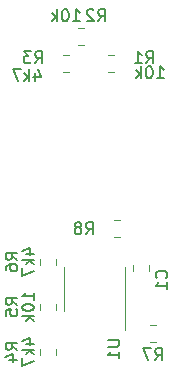
<source format=gbr>
G04 #@! TF.GenerationSoftware,KiCad,Pcbnew,(5.1.0)-1*
G04 #@! TF.CreationDate,2019-07-07T19:12:32+02:00*
G04 #@! TF.ProjectId,big_button_v1,6269675f-6275-4747-946f-6e5f76312e6b,rev?*
G04 #@! TF.SameCoordinates,Original*
G04 #@! TF.FileFunction,Legend,Bot*
G04 #@! TF.FilePolarity,Positive*
%FSLAX46Y46*%
G04 Gerber Fmt 4.6, Leading zero omitted, Abs format (unit mm)*
G04 Created by KiCad (PCBNEW (5.1.0)-1) date 2019-07-07 19:12:32*
%MOMM*%
%LPD*%
G04 APERTURE LIST*
%ADD10C,0.120000*%
%ADD11C,0.150000*%
%ADD12O,1.702000X1.702000*%
%ADD13R,1.702000X1.702000*%
%ADD14C,0.100000*%
%ADD15C,0.752000*%
%ADD16C,3.102000*%
%ADD17R,3.102000X3.102000*%
%ADD18C,1.252000*%
%ADD19O,2.102000X1.802000*%
%ADD20C,1.802000*%
%ADD21R,1.622000X1.622000*%
%ADD22C,3.352000*%
%ADD23C,1.622000*%
G04 APERTURE END LIST*
D10*
X60629000Y-75689500D02*
X60629000Y-79214500D01*
X60629000Y-75689500D02*
X60629000Y-73809500D01*
X55449000Y-75689500D02*
X55449000Y-77569500D01*
X55449000Y-75689500D02*
X55449000Y-73809500D01*
X60205252Y-71322000D02*
X59682748Y-71322000D01*
X60205252Y-69902000D02*
X59682748Y-69902000D01*
X63262252Y-80212000D02*
X62739748Y-80212000D01*
X63262252Y-78792000D02*
X62739748Y-78792000D01*
X53392000Y-73676252D02*
X53392000Y-73153748D01*
X54812000Y-73676252D02*
X54812000Y-73153748D01*
X53392000Y-77477252D02*
X53392000Y-76954748D01*
X54812000Y-77477252D02*
X54812000Y-76954748D01*
X53392000Y-81287252D02*
X53392000Y-80764748D01*
X54812000Y-81287252D02*
X54812000Y-80764748D01*
X55878252Y-57352000D02*
X55355748Y-57352000D01*
X55878252Y-55932000D02*
X55355748Y-55932000D01*
X57148252Y-55066000D02*
X56625748Y-55066000D01*
X57148252Y-53646000D02*
X56625748Y-53646000D01*
X59697252Y-57352000D02*
X59174748Y-57352000D01*
X59697252Y-55932000D02*
X59174748Y-55932000D01*
X62686000Y-73643748D02*
X62686000Y-74166252D01*
X61266000Y-73643748D02*
X61266000Y-74166252D01*
D11*
X59142380Y-80010095D02*
X59951904Y-80010095D01*
X60047142Y-80057714D01*
X60094761Y-80105333D01*
X60142380Y-80200571D01*
X60142380Y-80391047D01*
X60094761Y-80486285D01*
X60047142Y-80533904D01*
X59951904Y-80581523D01*
X59142380Y-80581523D01*
X60142380Y-81581523D02*
X60142380Y-81010095D01*
X60142380Y-81295809D02*
X59142380Y-81295809D01*
X59285238Y-81200571D01*
X59380476Y-81105333D01*
X59428095Y-81010095D01*
X57307666Y-71064380D02*
X57641000Y-70588190D01*
X57879095Y-71064380D02*
X57879095Y-70064380D01*
X57498142Y-70064380D01*
X57402904Y-70112000D01*
X57355285Y-70159619D01*
X57307666Y-70254857D01*
X57307666Y-70397714D01*
X57355285Y-70492952D01*
X57402904Y-70540571D01*
X57498142Y-70588190D01*
X57879095Y-70588190D01*
X56736238Y-70492952D02*
X56831476Y-70445333D01*
X56879095Y-70397714D01*
X56926714Y-70302476D01*
X56926714Y-70254857D01*
X56879095Y-70159619D01*
X56831476Y-70112000D01*
X56736238Y-70064380D01*
X56545761Y-70064380D01*
X56450523Y-70112000D01*
X56402904Y-70159619D01*
X56355285Y-70254857D01*
X56355285Y-70302476D01*
X56402904Y-70397714D01*
X56450523Y-70445333D01*
X56545761Y-70492952D01*
X56736238Y-70492952D01*
X56831476Y-70540571D01*
X56879095Y-70588190D01*
X56926714Y-70683428D01*
X56926714Y-70873904D01*
X56879095Y-70969142D01*
X56831476Y-71016761D01*
X56736238Y-71064380D01*
X56545761Y-71064380D01*
X56450523Y-71016761D01*
X56402904Y-70969142D01*
X56355285Y-70873904D01*
X56355285Y-70683428D01*
X56402904Y-70588190D01*
X56450523Y-70540571D01*
X56545761Y-70492952D01*
X63158666Y-81732380D02*
X63492000Y-81256190D01*
X63730095Y-81732380D02*
X63730095Y-80732380D01*
X63349142Y-80732380D01*
X63253904Y-80780000D01*
X63206285Y-80827619D01*
X63158666Y-80922857D01*
X63158666Y-81065714D01*
X63206285Y-81160952D01*
X63253904Y-81208571D01*
X63349142Y-81256190D01*
X63730095Y-81256190D01*
X62825333Y-80732380D02*
X62158666Y-80732380D01*
X62587238Y-81732380D01*
X51506380Y-73239333D02*
X51030190Y-72906000D01*
X51506380Y-72667904D02*
X50506380Y-72667904D01*
X50506380Y-73048857D01*
X50554000Y-73144095D01*
X50601619Y-73191714D01*
X50696857Y-73239333D01*
X50839714Y-73239333D01*
X50934952Y-73191714D01*
X50982571Y-73144095D01*
X51030190Y-73048857D01*
X51030190Y-72667904D01*
X50506380Y-74096476D02*
X50506380Y-73906000D01*
X50554000Y-73810761D01*
X50601619Y-73763142D01*
X50744476Y-73667904D01*
X50934952Y-73620285D01*
X51315904Y-73620285D01*
X51411142Y-73667904D01*
X51458761Y-73715523D01*
X51506380Y-73810761D01*
X51506380Y-74001238D01*
X51458761Y-74096476D01*
X51411142Y-74144095D01*
X51315904Y-74191714D01*
X51077809Y-74191714D01*
X50982571Y-74144095D01*
X50934952Y-74096476D01*
X50887333Y-74001238D01*
X50887333Y-73810761D01*
X50934952Y-73715523D01*
X50982571Y-73667904D01*
X51077809Y-73620285D01*
X52237714Y-72724523D02*
X52904380Y-72724523D01*
X51856761Y-72486428D02*
X52571047Y-72248333D01*
X52571047Y-72867380D01*
X52904380Y-73248333D02*
X51904380Y-73248333D01*
X52523428Y-73343571D02*
X52904380Y-73629285D01*
X52237714Y-73629285D02*
X52618666Y-73248333D01*
X51904380Y-73962619D02*
X51904380Y-74629285D01*
X52904380Y-74200714D01*
X51506380Y-77049333D02*
X51030190Y-76716000D01*
X51506380Y-76477904D02*
X50506380Y-76477904D01*
X50506380Y-76858857D01*
X50554000Y-76954095D01*
X50601619Y-77001714D01*
X50696857Y-77049333D01*
X50839714Y-77049333D01*
X50934952Y-77001714D01*
X50982571Y-76954095D01*
X51030190Y-76858857D01*
X51030190Y-76477904D01*
X50506380Y-77954095D02*
X50506380Y-77477904D01*
X50982571Y-77430285D01*
X50934952Y-77477904D01*
X50887333Y-77573142D01*
X50887333Y-77811238D01*
X50934952Y-77906476D01*
X50982571Y-77954095D01*
X51077809Y-78001714D01*
X51315904Y-78001714D01*
X51411142Y-77954095D01*
X51458761Y-77906476D01*
X51506380Y-77811238D01*
X51506380Y-77573142D01*
X51458761Y-77477904D01*
X51411142Y-77430285D01*
X52904380Y-76620761D02*
X52904380Y-76049333D01*
X52904380Y-76335047D02*
X51904380Y-76335047D01*
X52047238Y-76239809D01*
X52142476Y-76144571D01*
X52190095Y-76049333D01*
X51904380Y-77239809D02*
X51904380Y-77335047D01*
X51952000Y-77430285D01*
X51999619Y-77477904D01*
X52094857Y-77525523D01*
X52285333Y-77573142D01*
X52523428Y-77573142D01*
X52713904Y-77525523D01*
X52809142Y-77477904D01*
X52856761Y-77430285D01*
X52904380Y-77335047D01*
X52904380Y-77239809D01*
X52856761Y-77144571D01*
X52809142Y-77096952D01*
X52713904Y-77049333D01*
X52523428Y-77001714D01*
X52285333Y-77001714D01*
X52094857Y-77049333D01*
X51999619Y-77096952D01*
X51952000Y-77144571D01*
X51904380Y-77239809D01*
X52904380Y-78001714D02*
X51904380Y-78001714D01*
X52523428Y-78096952D02*
X52904380Y-78382666D01*
X52237714Y-78382666D02*
X52618666Y-78001714D01*
X51506380Y-80859333D02*
X51030190Y-80526000D01*
X51506380Y-80287904D02*
X50506380Y-80287904D01*
X50506380Y-80668857D01*
X50554000Y-80764095D01*
X50601619Y-80811714D01*
X50696857Y-80859333D01*
X50839714Y-80859333D01*
X50934952Y-80811714D01*
X50982571Y-80764095D01*
X51030190Y-80668857D01*
X51030190Y-80287904D01*
X50839714Y-81716476D02*
X51506380Y-81716476D01*
X50458761Y-81478380D02*
X51173047Y-81240285D01*
X51173047Y-81859333D01*
X52237714Y-80335523D02*
X52904380Y-80335523D01*
X51856761Y-80097428D02*
X52571047Y-79859333D01*
X52571047Y-80478380D01*
X52904380Y-80859333D02*
X51904380Y-80859333D01*
X52523428Y-80954571D02*
X52904380Y-81240285D01*
X52237714Y-81240285D02*
X52618666Y-80859333D01*
X51904380Y-81573619D02*
X51904380Y-82240285D01*
X52904380Y-81811714D01*
X52998666Y-56586380D02*
X53332000Y-56110190D01*
X53570095Y-56586380D02*
X53570095Y-55586380D01*
X53189142Y-55586380D01*
X53093904Y-55634000D01*
X53046285Y-55681619D01*
X52998666Y-55776857D01*
X52998666Y-55919714D01*
X53046285Y-56014952D01*
X53093904Y-56062571D01*
X53189142Y-56110190D01*
X53570095Y-56110190D01*
X52665333Y-55586380D02*
X52046285Y-55586380D01*
X52379619Y-55967333D01*
X52236761Y-55967333D01*
X52141523Y-56014952D01*
X52093904Y-56062571D01*
X52046285Y-56157809D01*
X52046285Y-56395904D01*
X52093904Y-56491142D01*
X52141523Y-56538761D01*
X52236761Y-56586380D01*
X52522476Y-56586380D01*
X52617714Y-56538761D01*
X52665333Y-56491142D01*
X53014476Y-57443714D02*
X53014476Y-58110380D01*
X53252571Y-57062761D02*
X53490666Y-57777047D01*
X52871619Y-57777047D01*
X52490666Y-58110380D02*
X52490666Y-57110380D01*
X52395428Y-57729428D02*
X52109714Y-58110380D01*
X52109714Y-57443714D02*
X52490666Y-57824666D01*
X51776380Y-57110380D02*
X51109714Y-57110380D01*
X51538285Y-58110380D01*
X58332666Y-53030380D02*
X58666000Y-52554190D01*
X58904095Y-53030380D02*
X58904095Y-52030380D01*
X58523142Y-52030380D01*
X58427904Y-52078000D01*
X58380285Y-52125619D01*
X58332666Y-52220857D01*
X58332666Y-52363714D01*
X58380285Y-52458952D01*
X58427904Y-52506571D01*
X58523142Y-52554190D01*
X58904095Y-52554190D01*
X57951714Y-52125619D02*
X57904095Y-52078000D01*
X57808857Y-52030380D01*
X57570761Y-52030380D01*
X57475523Y-52078000D01*
X57427904Y-52125619D01*
X57380285Y-52220857D01*
X57380285Y-52316095D01*
X57427904Y-52458952D01*
X57999333Y-53030380D01*
X57380285Y-53030380D01*
X56221238Y-53030380D02*
X56792666Y-53030380D01*
X56506952Y-53030380D02*
X56506952Y-52030380D01*
X56602190Y-52173238D01*
X56697428Y-52268476D01*
X56792666Y-52316095D01*
X55602190Y-52030380D02*
X55506952Y-52030380D01*
X55411714Y-52078000D01*
X55364095Y-52125619D01*
X55316476Y-52220857D01*
X55268857Y-52411333D01*
X55268857Y-52649428D01*
X55316476Y-52839904D01*
X55364095Y-52935142D01*
X55411714Y-52982761D01*
X55506952Y-53030380D01*
X55602190Y-53030380D01*
X55697428Y-52982761D01*
X55745047Y-52935142D01*
X55792666Y-52839904D01*
X55840285Y-52649428D01*
X55840285Y-52411333D01*
X55792666Y-52220857D01*
X55745047Y-52125619D01*
X55697428Y-52078000D01*
X55602190Y-52030380D01*
X54840285Y-53030380D02*
X54840285Y-52030380D01*
X54745047Y-52649428D02*
X54459333Y-53030380D01*
X54459333Y-52363714D02*
X54840285Y-52744666D01*
X62405666Y-56586380D02*
X62739000Y-56110190D01*
X62977095Y-56586380D02*
X62977095Y-55586380D01*
X62596142Y-55586380D01*
X62500904Y-55634000D01*
X62453285Y-55681619D01*
X62405666Y-55776857D01*
X62405666Y-55919714D01*
X62453285Y-56014952D01*
X62500904Y-56062571D01*
X62596142Y-56110190D01*
X62977095Y-56110190D01*
X61453285Y-56586380D02*
X62024714Y-56586380D01*
X61739000Y-56586380D02*
X61739000Y-55586380D01*
X61834238Y-55729238D01*
X61929476Y-55824476D01*
X62024714Y-55872095D01*
X63333238Y-57856380D02*
X63904666Y-57856380D01*
X63618952Y-57856380D02*
X63618952Y-56856380D01*
X63714190Y-56999238D01*
X63809428Y-57094476D01*
X63904666Y-57142095D01*
X62714190Y-56856380D02*
X62618952Y-56856380D01*
X62523714Y-56904000D01*
X62476095Y-56951619D01*
X62428476Y-57046857D01*
X62380857Y-57237333D01*
X62380857Y-57475428D01*
X62428476Y-57665904D01*
X62476095Y-57761142D01*
X62523714Y-57808761D01*
X62618952Y-57856380D01*
X62714190Y-57856380D01*
X62809428Y-57808761D01*
X62857047Y-57761142D01*
X62904666Y-57665904D01*
X62952285Y-57475428D01*
X62952285Y-57237333D01*
X62904666Y-57046857D01*
X62857047Y-56951619D01*
X62809428Y-56904000D01*
X62714190Y-56856380D01*
X61952285Y-57856380D02*
X61952285Y-56856380D01*
X61857047Y-57475428D02*
X61571333Y-57856380D01*
X61571333Y-57189714D02*
X61952285Y-57570666D01*
X64111142Y-74763333D02*
X64158761Y-74715714D01*
X64206380Y-74572857D01*
X64206380Y-74477619D01*
X64158761Y-74334761D01*
X64063523Y-74239523D01*
X63968285Y-74191904D01*
X63777809Y-74144285D01*
X63634952Y-74144285D01*
X63444476Y-74191904D01*
X63349238Y-74239523D01*
X63254000Y-74334761D01*
X63206380Y-74477619D01*
X63206380Y-74572857D01*
X63254000Y-74715714D01*
X63301619Y-74763333D01*
X64206380Y-75715714D02*
X64206380Y-75144285D01*
X64206380Y-75430000D02*
X63206380Y-75430000D01*
X63349238Y-75334761D01*
X63444476Y-75239523D01*
X63492095Y-75144285D01*
%LPC*%
D12*
X64008000Y-65151000D03*
X66548000Y-72771000D03*
X66548000Y-65151000D03*
D13*
X64008000Y-72771000D03*
D12*
X65278000Y-84709000D03*
X62738000Y-77089000D03*
X62738000Y-84709000D03*
D13*
X65278000Y-77089000D03*
D14*
G36*
X60150427Y-72114405D02*
G01*
X60168677Y-72117112D01*
X60186574Y-72121595D01*
X60203944Y-72127811D01*
X60220623Y-72135699D01*
X60236447Y-72145184D01*
X60251266Y-72156174D01*
X60264936Y-72168564D01*
X60277326Y-72182234D01*
X60288316Y-72197053D01*
X60297801Y-72212877D01*
X60305689Y-72229556D01*
X60311905Y-72246926D01*
X60316388Y-72264823D01*
X60319095Y-72283073D01*
X60320000Y-72301500D01*
X60320000Y-74002500D01*
X60319095Y-74020927D01*
X60316388Y-74039177D01*
X60311905Y-74057074D01*
X60305689Y-74074444D01*
X60297801Y-74091123D01*
X60288316Y-74106947D01*
X60277326Y-74121766D01*
X60264936Y-74135436D01*
X60251266Y-74147826D01*
X60236447Y-74158816D01*
X60220623Y-74168301D01*
X60203944Y-74176189D01*
X60186574Y-74182405D01*
X60168677Y-74186888D01*
X60150427Y-74189595D01*
X60132000Y-74190500D01*
X59756000Y-74190500D01*
X59737573Y-74189595D01*
X59719323Y-74186888D01*
X59701426Y-74182405D01*
X59684056Y-74176189D01*
X59667377Y-74168301D01*
X59651553Y-74158816D01*
X59636734Y-74147826D01*
X59623064Y-74135436D01*
X59610674Y-74121766D01*
X59599684Y-74106947D01*
X59590199Y-74091123D01*
X59582311Y-74074444D01*
X59576095Y-74057074D01*
X59571612Y-74039177D01*
X59568905Y-74020927D01*
X59568000Y-74002500D01*
X59568000Y-72301500D01*
X59568905Y-72283073D01*
X59571612Y-72264823D01*
X59576095Y-72246926D01*
X59582311Y-72229556D01*
X59590199Y-72212877D01*
X59599684Y-72197053D01*
X59610674Y-72182234D01*
X59623064Y-72168564D01*
X59636734Y-72156174D01*
X59651553Y-72145184D01*
X59667377Y-72135699D01*
X59684056Y-72127811D01*
X59701426Y-72121595D01*
X59719323Y-72117112D01*
X59737573Y-72114405D01*
X59756000Y-72113500D01*
X60132000Y-72113500D01*
X60150427Y-72114405D01*
X60150427Y-72114405D01*
G37*
D15*
X59944000Y-73152000D03*
D14*
G36*
X58880427Y-72114405D02*
G01*
X58898677Y-72117112D01*
X58916574Y-72121595D01*
X58933944Y-72127811D01*
X58950623Y-72135699D01*
X58966447Y-72145184D01*
X58981266Y-72156174D01*
X58994936Y-72168564D01*
X59007326Y-72182234D01*
X59018316Y-72197053D01*
X59027801Y-72212877D01*
X59035689Y-72229556D01*
X59041905Y-72246926D01*
X59046388Y-72264823D01*
X59049095Y-72283073D01*
X59050000Y-72301500D01*
X59050000Y-74002500D01*
X59049095Y-74020927D01*
X59046388Y-74039177D01*
X59041905Y-74057074D01*
X59035689Y-74074444D01*
X59027801Y-74091123D01*
X59018316Y-74106947D01*
X59007326Y-74121766D01*
X58994936Y-74135436D01*
X58981266Y-74147826D01*
X58966447Y-74158816D01*
X58950623Y-74168301D01*
X58933944Y-74176189D01*
X58916574Y-74182405D01*
X58898677Y-74186888D01*
X58880427Y-74189595D01*
X58862000Y-74190500D01*
X58486000Y-74190500D01*
X58467573Y-74189595D01*
X58449323Y-74186888D01*
X58431426Y-74182405D01*
X58414056Y-74176189D01*
X58397377Y-74168301D01*
X58381553Y-74158816D01*
X58366734Y-74147826D01*
X58353064Y-74135436D01*
X58340674Y-74121766D01*
X58329684Y-74106947D01*
X58320199Y-74091123D01*
X58312311Y-74074444D01*
X58306095Y-74057074D01*
X58301612Y-74039177D01*
X58298905Y-74020927D01*
X58298000Y-74002500D01*
X58298000Y-72301500D01*
X58298905Y-72283073D01*
X58301612Y-72264823D01*
X58306095Y-72246926D01*
X58312311Y-72229556D01*
X58320199Y-72212877D01*
X58329684Y-72197053D01*
X58340674Y-72182234D01*
X58353064Y-72168564D01*
X58366734Y-72156174D01*
X58381553Y-72145184D01*
X58397377Y-72135699D01*
X58414056Y-72127811D01*
X58431426Y-72121595D01*
X58449323Y-72117112D01*
X58467573Y-72114405D01*
X58486000Y-72113500D01*
X58862000Y-72113500D01*
X58880427Y-72114405D01*
X58880427Y-72114405D01*
G37*
D15*
X58674000Y-73152000D03*
D14*
G36*
X57610427Y-72114405D02*
G01*
X57628677Y-72117112D01*
X57646574Y-72121595D01*
X57663944Y-72127811D01*
X57680623Y-72135699D01*
X57696447Y-72145184D01*
X57711266Y-72156174D01*
X57724936Y-72168564D01*
X57737326Y-72182234D01*
X57748316Y-72197053D01*
X57757801Y-72212877D01*
X57765689Y-72229556D01*
X57771905Y-72246926D01*
X57776388Y-72264823D01*
X57779095Y-72283073D01*
X57780000Y-72301500D01*
X57780000Y-74002500D01*
X57779095Y-74020927D01*
X57776388Y-74039177D01*
X57771905Y-74057074D01*
X57765689Y-74074444D01*
X57757801Y-74091123D01*
X57748316Y-74106947D01*
X57737326Y-74121766D01*
X57724936Y-74135436D01*
X57711266Y-74147826D01*
X57696447Y-74158816D01*
X57680623Y-74168301D01*
X57663944Y-74176189D01*
X57646574Y-74182405D01*
X57628677Y-74186888D01*
X57610427Y-74189595D01*
X57592000Y-74190500D01*
X57216000Y-74190500D01*
X57197573Y-74189595D01*
X57179323Y-74186888D01*
X57161426Y-74182405D01*
X57144056Y-74176189D01*
X57127377Y-74168301D01*
X57111553Y-74158816D01*
X57096734Y-74147826D01*
X57083064Y-74135436D01*
X57070674Y-74121766D01*
X57059684Y-74106947D01*
X57050199Y-74091123D01*
X57042311Y-74074444D01*
X57036095Y-74057074D01*
X57031612Y-74039177D01*
X57028905Y-74020927D01*
X57028000Y-74002500D01*
X57028000Y-72301500D01*
X57028905Y-72283073D01*
X57031612Y-72264823D01*
X57036095Y-72246926D01*
X57042311Y-72229556D01*
X57050199Y-72212877D01*
X57059684Y-72197053D01*
X57070674Y-72182234D01*
X57083064Y-72168564D01*
X57096734Y-72156174D01*
X57111553Y-72145184D01*
X57127377Y-72135699D01*
X57144056Y-72127811D01*
X57161426Y-72121595D01*
X57179323Y-72117112D01*
X57197573Y-72114405D01*
X57216000Y-72113500D01*
X57592000Y-72113500D01*
X57610427Y-72114405D01*
X57610427Y-72114405D01*
G37*
D15*
X57404000Y-73152000D03*
D14*
G36*
X56340427Y-72114405D02*
G01*
X56358677Y-72117112D01*
X56376574Y-72121595D01*
X56393944Y-72127811D01*
X56410623Y-72135699D01*
X56426447Y-72145184D01*
X56441266Y-72156174D01*
X56454936Y-72168564D01*
X56467326Y-72182234D01*
X56478316Y-72197053D01*
X56487801Y-72212877D01*
X56495689Y-72229556D01*
X56501905Y-72246926D01*
X56506388Y-72264823D01*
X56509095Y-72283073D01*
X56510000Y-72301500D01*
X56510000Y-74002500D01*
X56509095Y-74020927D01*
X56506388Y-74039177D01*
X56501905Y-74057074D01*
X56495689Y-74074444D01*
X56487801Y-74091123D01*
X56478316Y-74106947D01*
X56467326Y-74121766D01*
X56454936Y-74135436D01*
X56441266Y-74147826D01*
X56426447Y-74158816D01*
X56410623Y-74168301D01*
X56393944Y-74176189D01*
X56376574Y-74182405D01*
X56358677Y-74186888D01*
X56340427Y-74189595D01*
X56322000Y-74190500D01*
X55946000Y-74190500D01*
X55927573Y-74189595D01*
X55909323Y-74186888D01*
X55891426Y-74182405D01*
X55874056Y-74176189D01*
X55857377Y-74168301D01*
X55841553Y-74158816D01*
X55826734Y-74147826D01*
X55813064Y-74135436D01*
X55800674Y-74121766D01*
X55789684Y-74106947D01*
X55780199Y-74091123D01*
X55772311Y-74074444D01*
X55766095Y-74057074D01*
X55761612Y-74039177D01*
X55758905Y-74020927D01*
X55758000Y-74002500D01*
X55758000Y-72301500D01*
X55758905Y-72283073D01*
X55761612Y-72264823D01*
X55766095Y-72246926D01*
X55772311Y-72229556D01*
X55780199Y-72212877D01*
X55789684Y-72197053D01*
X55800674Y-72182234D01*
X55813064Y-72168564D01*
X55826734Y-72156174D01*
X55841553Y-72145184D01*
X55857377Y-72135699D01*
X55874056Y-72127811D01*
X55891426Y-72121595D01*
X55909323Y-72117112D01*
X55927573Y-72114405D01*
X55946000Y-72113500D01*
X56322000Y-72113500D01*
X56340427Y-72114405D01*
X56340427Y-72114405D01*
G37*
D15*
X56134000Y-73152000D03*
D14*
G36*
X56340427Y-77189405D02*
G01*
X56358677Y-77192112D01*
X56376574Y-77196595D01*
X56393944Y-77202811D01*
X56410623Y-77210699D01*
X56426447Y-77220184D01*
X56441266Y-77231174D01*
X56454936Y-77243564D01*
X56467326Y-77257234D01*
X56478316Y-77272053D01*
X56487801Y-77287877D01*
X56495689Y-77304556D01*
X56501905Y-77321926D01*
X56506388Y-77339823D01*
X56509095Y-77358073D01*
X56510000Y-77376500D01*
X56510000Y-79077500D01*
X56509095Y-79095927D01*
X56506388Y-79114177D01*
X56501905Y-79132074D01*
X56495689Y-79149444D01*
X56487801Y-79166123D01*
X56478316Y-79181947D01*
X56467326Y-79196766D01*
X56454936Y-79210436D01*
X56441266Y-79222826D01*
X56426447Y-79233816D01*
X56410623Y-79243301D01*
X56393944Y-79251189D01*
X56376574Y-79257405D01*
X56358677Y-79261888D01*
X56340427Y-79264595D01*
X56322000Y-79265500D01*
X55946000Y-79265500D01*
X55927573Y-79264595D01*
X55909323Y-79261888D01*
X55891426Y-79257405D01*
X55874056Y-79251189D01*
X55857377Y-79243301D01*
X55841553Y-79233816D01*
X55826734Y-79222826D01*
X55813064Y-79210436D01*
X55800674Y-79196766D01*
X55789684Y-79181947D01*
X55780199Y-79166123D01*
X55772311Y-79149444D01*
X55766095Y-79132074D01*
X55761612Y-79114177D01*
X55758905Y-79095927D01*
X55758000Y-79077500D01*
X55758000Y-77376500D01*
X55758905Y-77358073D01*
X55761612Y-77339823D01*
X55766095Y-77321926D01*
X55772311Y-77304556D01*
X55780199Y-77287877D01*
X55789684Y-77272053D01*
X55800674Y-77257234D01*
X55813064Y-77243564D01*
X55826734Y-77231174D01*
X55841553Y-77220184D01*
X55857377Y-77210699D01*
X55874056Y-77202811D01*
X55891426Y-77196595D01*
X55909323Y-77192112D01*
X55927573Y-77189405D01*
X55946000Y-77188500D01*
X56322000Y-77188500D01*
X56340427Y-77189405D01*
X56340427Y-77189405D01*
G37*
D15*
X56134000Y-78227000D03*
D14*
G36*
X57610427Y-77189405D02*
G01*
X57628677Y-77192112D01*
X57646574Y-77196595D01*
X57663944Y-77202811D01*
X57680623Y-77210699D01*
X57696447Y-77220184D01*
X57711266Y-77231174D01*
X57724936Y-77243564D01*
X57737326Y-77257234D01*
X57748316Y-77272053D01*
X57757801Y-77287877D01*
X57765689Y-77304556D01*
X57771905Y-77321926D01*
X57776388Y-77339823D01*
X57779095Y-77358073D01*
X57780000Y-77376500D01*
X57780000Y-79077500D01*
X57779095Y-79095927D01*
X57776388Y-79114177D01*
X57771905Y-79132074D01*
X57765689Y-79149444D01*
X57757801Y-79166123D01*
X57748316Y-79181947D01*
X57737326Y-79196766D01*
X57724936Y-79210436D01*
X57711266Y-79222826D01*
X57696447Y-79233816D01*
X57680623Y-79243301D01*
X57663944Y-79251189D01*
X57646574Y-79257405D01*
X57628677Y-79261888D01*
X57610427Y-79264595D01*
X57592000Y-79265500D01*
X57216000Y-79265500D01*
X57197573Y-79264595D01*
X57179323Y-79261888D01*
X57161426Y-79257405D01*
X57144056Y-79251189D01*
X57127377Y-79243301D01*
X57111553Y-79233816D01*
X57096734Y-79222826D01*
X57083064Y-79210436D01*
X57070674Y-79196766D01*
X57059684Y-79181947D01*
X57050199Y-79166123D01*
X57042311Y-79149444D01*
X57036095Y-79132074D01*
X57031612Y-79114177D01*
X57028905Y-79095927D01*
X57028000Y-79077500D01*
X57028000Y-77376500D01*
X57028905Y-77358073D01*
X57031612Y-77339823D01*
X57036095Y-77321926D01*
X57042311Y-77304556D01*
X57050199Y-77287877D01*
X57059684Y-77272053D01*
X57070674Y-77257234D01*
X57083064Y-77243564D01*
X57096734Y-77231174D01*
X57111553Y-77220184D01*
X57127377Y-77210699D01*
X57144056Y-77202811D01*
X57161426Y-77196595D01*
X57179323Y-77192112D01*
X57197573Y-77189405D01*
X57216000Y-77188500D01*
X57592000Y-77188500D01*
X57610427Y-77189405D01*
X57610427Y-77189405D01*
G37*
D15*
X57404000Y-78227000D03*
D14*
G36*
X58880427Y-77189405D02*
G01*
X58898677Y-77192112D01*
X58916574Y-77196595D01*
X58933944Y-77202811D01*
X58950623Y-77210699D01*
X58966447Y-77220184D01*
X58981266Y-77231174D01*
X58994936Y-77243564D01*
X59007326Y-77257234D01*
X59018316Y-77272053D01*
X59027801Y-77287877D01*
X59035689Y-77304556D01*
X59041905Y-77321926D01*
X59046388Y-77339823D01*
X59049095Y-77358073D01*
X59050000Y-77376500D01*
X59050000Y-79077500D01*
X59049095Y-79095927D01*
X59046388Y-79114177D01*
X59041905Y-79132074D01*
X59035689Y-79149444D01*
X59027801Y-79166123D01*
X59018316Y-79181947D01*
X59007326Y-79196766D01*
X58994936Y-79210436D01*
X58981266Y-79222826D01*
X58966447Y-79233816D01*
X58950623Y-79243301D01*
X58933944Y-79251189D01*
X58916574Y-79257405D01*
X58898677Y-79261888D01*
X58880427Y-79264595D01*
X58862000Y-79265500D01*
X58486000Y-79265500D01*
X58467573Y-79264595D01*
X58449323Y-79261888D01*
X58431426Y-79257405D01*
X58414056Y-79251189D01*
X58397377Y-79243301D01*
X58381553Y-79233816D01*
X58366734Y-79222826D01*
X58353064Y-79210436D01*
X58340674Y-79196766D01*
X58329684Y-79181947D01*
X58320199Y-79166123D01*
X58312311Y-79149444D01*
X58306095Y-79132074D01*
X58301612Y-79114177D01*
X58298905Y-79095927D01*
X58298000Y-79077500D01*
X58298000Y-77376500D01*
X58298905Y-77358073D01*
X58301612Y-77339823D01*
X58306095Y-77321926D01*
X58312311Y-77304556D01*
X58320199Y-77287877D01*
X58329684Y-77272053D01*
X58340674Y-77257234D01*
X58353064Y-77243564D01*
X58366734Y-77231174D01*
X58381553Y-77220184D01*
X58397377Y-77210699D01*
X58414056Y-77202811D01*
X58431426Y-77196595D01*
X58449323Y-77192112D01*
X58467573Y-77189405D01*
X58486000Y-77188500D01*
X58862000Y-77188500D01*
X58880427Y-77189405D01*
X58880427Y-77189405D01*
G37*
D15*
X58674000Y-78227000D03*
D14*
G36*
X60150427Y-77189405D02*
G01*
X60168677Y-77192112D01*
X60186574Y-77196595D01*
X60203944Y-77202811D01*
X60220623Y-77210699D01*
X60236447Y-77220184D01*
X60251266Y-77231174D01*
X60264936Y-77243564D01*
X60277326Y-77257234D01*
X60288316Y-77272053D01*
X60297801Y-77287877D01*
X60305689Y-77304556D01*
X60311905Y-77321926D01*
X60316388Y-77339823D01*
X60319095Y-77358073D01*
X60320000Y-77376500D01*
X60320000Y-79077500D01*
X60319095Y-79095927D01*
X60316388Y-79114177D01*
X60311905Y-79132074D01*
X60305689Y-79149444D01*
X60297801Y-79166123D01*
X60288316Y-79181947D01*
X60277326Y-79196766D01*
X60264936Y-79210436D01*
X60251266Y-79222826D01*
X60236447Y-79233816D01*
X60220623Y-79243301D01*
X60203944Y-79251189D01*
X60186574Y-79257405D01*
X60168677Y-79261888D01*
X60150427Y-79264595D01*
X60132000Y-79265500D01*
X59756000Y-79265500D01*
X59737573Y-79264595D01*
X59719323Y-79261888D01*
X59701426Y-79257405D01*
X59684056Y-79251189D01*
X59667377Y-79243301D01*
X59651553Y-79233816D01*
X59636734Y-79222826D01*
X59623064Y-79210436D01*
X59610674Y-79196766D01*
X59599684Y-79181947D01*
X59590199Y-79166123D01*
X59582311Y-79149444D01*
X59576095Y-79132074D01*
X59571612Y-79114177D01*
X59568905Y-79095927D01*
X59568000Y-79077500D01*
X59568000Y-77376500D01*
X59568905Y-77358073D01*
X59571612Y-77339823D01*
X59576095Y-77321926D01*
X59582311Y-77304556D01*
X59590199Y-77287877D01*
X59599684Y-77272053D01*
X59610674Y-77257234D01*
X59623064Y-77243564D01*
X59636734Y-77231174D01*
X59651553Y-77220184D01*
X59667377Y-77210699D01*
X59684056Y-77202811D01*
X59701426Y-77196595D01*
X59719323Y-77192112D01*
X59737573Y-77189405D01*
X59756000Y-77188500D01*
X60132000Y-77188500D01*
X60150427Y-77189405D01*
X60150427Y-77189405D01*
G37*
D15*
X59944000Y-78227000D03*
D16*
X54102000Y-67310000D03*
D17*
X59182000Y-67310000D03*
D14*
G36*
X59299505Y-69862311D02*
G01*
X59325925Y-69866230D01*
X59351835Y-69872720D01*
X59376983Y-69881718D01*
X59401128Y-69893138D01*
X59424038Y-69906869D01*
X59445492Y-69922780D01*
X59465282Y-69940718D01*
X59483220Y-69960508D01*
X59499131Y-69981962D01*
X59512862Y-70004872D01*
X59524282Y-70029017D01*
X59533280Y-70054165D01*
X59539770Y-70080075D01*
X59543689Y-70106495D01*
X59545000Y-70133173D01*
X59545000Y-71090827D01*
X59543689Y-71117505D01*
X59539770Y-71143925D01*
X59533280Y-71169835D01*
X59524282Y-71194983D01*
X59512862Y-71219128D01*
X59499131Y-71242038D01*
X59483220Y-71263492D01*
X59465282Y-71283282D01*
X59445492Y-71301220D01*
X59424038Y-71317131D01*
X59401128Y-71330862D01*
X59376983Y-71342282D01*
X59351835Y-71351280D01*
X59325925Y-71357770D01*
X59299505Y-71361689D01*
X59272827Y-71363000D01*
X58565173Y-71363000D01*
X58538495Y-71361689D01*
X58512075Y-71357770D01*
X58486165Y-71351280D01*
X58461017Y-71342282D01*
X58436872Y-71330862D01*
X58413962Y-71317131D01*
X58392508Y-71301220D01*
X58372718Y-71283282D01*
X58354780Y-71263492D01*
X58338869Y-71242038D01*
X58325138Y-71219128D01*
X58313718Y-71194983D01*
X58304720Y-71169835D01*
X58298230Y-71143925D01*
X58294311Y-71117505D01*
X58293000Y-71090827D01*
X58293000Y-70133173D01*
X58294311Y-70106495D01*
X58298230Y-70080075D01*
X58304720Y-70054165D01*
X58313718Y-70029017D01*
X58325138Y-70004872D01*
X58338869Y-69981962D01*
X58354780Y-69960508D01*
X58372718Y-69940718D01*
X58392508Y-69922780D01*
X58413962Y-69906869D01*
X58436872Y-69893138D01*
X58461017Y-69881718D01*
X58486165Y-69872720D01*
X58512075Y-69866230D01*
X58538495Y-69862311D01*
X58565173Y-69861000D01*
X59272827Y-69861000D01*
X59299505Y-69862311D01*
X59299505Y-69862311D01*
G37*
D18*
X58919000Y-70612000D03*
D14*
G36*
X61349505Y-69862311D02*
G01*
X61375925Y-69866230D01*
X61401835Y-69872720D01*
X61426983Y-69881718D01*
X61451128Y-69893138D01*
X61474038Y-69906869D01*
X61495492Y-69922780D01*
X61515282Y-69940718D01*
X61533220Y-69960508D01*
X61549131Y-69981962D01*
X61562862Y-70004872D01*
X61574282Y-70029017D01*
X61583280Y-70054165D01*
X61589770Y-70080075D01*
X61593689Y-70106495D01*
X61595000Y-70133173D01*
X61595000Y-71090827D01*
X61593689Y-71117505D01*
X61589770Y-71143925D01*
X61583280Y-71169835D01*
X61574282Y-71194983D01*
X61562862Y-71219128D01*
X61549131Y-71242038D01*
X61533220Y-71263492D01*
X61515282Y-71283282D01*
X61495492Y-71301220D01*
X61474038Y-71317131D01*
X61451128Y-71330862D01*
X61426983Y-71342282D01*
X61401835Y-71351280D01*
X61375925Y-71357770D01*
X61349505Y-71361689D01*
X61322827Y-71363000D01*
X60615173Y-71363000D01*
X60588495Y-71361689D01*
X60562075Y-71357770D01*
X60536165Y-71351280D01*
X60511017Y-71342282D01*
X60486872Y-71330862D01*
X60463962Y-71317131D01*
X60442508Y-71301220D01*
X60422718Y-71283282D01*
X60404780Y-71263492D01*
X60388869Y-71242038D01*
X60375138Y-71219128D01*
X60363718Y-71194983D01*
X60354720Y-71169835D01*
X60348230Y-71143925D01*
X60344311Y-71117505D01*
X60343000Y-71090827D01*
X60343000Y-70133173D01*
X60344311Y-70106495D01*
X60348230Y-70080075D01*
X60354720Y-70054165D01*
X60363718Y-70029017D01*
X60375138Y-70004872D01*
X60388869Y-69981962D01*
X60404780Y-69960508D01*
X60422718Y-69940718D01*
X60442508Y-69922780D01*
X60463962Y-69906869D01*
X60486872Y-69893138D01*
X60511017Y-69881718D01*
X60536165Y-69872720D01*
X60562075Y-69866230D01*
X60588495Y-69862311D01*
X60615173Y-69861000D01*
X61322827Y-69861000D01*
X61349505Y-69862311D01*
X61349505Y-69862311D01*
G37*
D18*
X60969000Y-70612000D03*
D14*
G36*
X62356505Y-78752311D02*
G01*
X62382925Y-78756230D01*
X62408835Y-78762720D01*
X62433983Y-78771718D01*
X62458128Y-78783138D01*
X62481038Y-78796869D01*
X62502492Y-78812780D01*
X62522282Y-78830718D01*
X62540220Y-78850508D01*
X62556131Y-78871962D01*
X62569862Y-78894872D01*
X62581282Y-78919017D01*
X62590280Y-78944165D01*
X62596770Y-78970075D01*
X62600689Y-78996495D01*
X62602000Y-79023173D01*
X62602000Y-79980827D01*
X62600689Y-80007505D01*
X62596770Y-80033925D01*
X62590280Y-80059835D01*
X62581282Y-80084983D01*
X62569862Y-80109128D01*
X62556131Y-80132038D01*
X62540220Y-80153492D01*
X62522282Y-80173282D01*
X62502492Y-80191220D01*
X62481038Y-80207131D01*
X62458128Y-80220862D01*
X62433983Y-80232282D01*
X62408835Y-80241280D01*
X62382925Y-80247770D01*
X62356505Y-80251689D01*
X62329827Y-80253000D01*
X61622173Y-80253000D01*
X61595495Y-80251689D01*
X61569075Y-80247770D01*
X61543165Y-80241280D01*
X61518017Y-80232282D01*
X61493872Y-80220862D01*
X61470962Y-80207131D01*
X61449508Y-80191220D01*
X61429718Y-80173282D01*
X61411780Y-80153492D01*
X61395869Y-80132038D01*
X61382138Y-80109128D01*
X61370718Y-80084983D01*
X61361720Y-80059835D01*
X61355230Y-80033925D01*
X61351311Y-80007505D01*
X61350000Y-79980827D01*
X61350000Y-79023173D01*
X61351311Y-78996495D01*
X61355230Y-78970075D01*
X61361720Y-78944165D01*
X61370718Y-78919017D01*
X61382138Y-78894872D01*
X61395869Y-78871962D01*
X61411780Y-78850508D01*
X61429718Y-78830718D01*
X61449508Y-78812780D01*
X61470962Y-78796869D01*
X61493872Y-78783138D01*
X61518017Y-78771718D01*
X61543165Y-78762720D01*
X61569075Y-78756230D01*
X61595495Y-78752311D01*
X61622173Y-78751000D01*
X62329827Y-78751000D01*
X62356505Y-78752311D01*
X62356505Y-78752311D01*
G37*
D18*
X61976000Y-79502000D03*
D14*
G36*
X64406505Y-78752311D02*
G01*
X64432925Y-78756230D01*
X64458835Y-78762720D01*
X64483983Y-78771718D01*
X64508128Y-78783138D01*
X64531038Y-78796869D01*
X64552492Y-78812780D01*
X64572282Y-78830718D01*
X64590220Y-78850508D01*
X64606131Y-78871962D01*
X64619862Y-78894872D01*
X64631282Y-78919017D01*
X64640280Y-78944165D01*
X64646770Y-78970075D01*
X64650689Y-78996495D01*
X64652000Y-79023173D01*
X64652000Y-79980827D01*
X64650689Y-80007505D01*
X64646770Y-80033925D01*
X64640280Y-80059835D01*
X64631282Y-80084983D01*
X64619862Y-80109128D01*
X64606131Y-80132038D01*
X64590220Y-80153492D01*
X64572282Y-80173282D01*
X64552492Y-80191220D01*
X64531038Y-80207131D01*
X64508128Y-80220862D01*
X64483983Y-80232282D01*
X64458835Y-80241280D01*
X64432925Y-80247770D01*
X64406505Y-80251689D01*
X64379827Y-80253000D01*
X63672173Y-80253000D01*
X63645495Y-80251689D01*
X63619075Y-80247770D01*
X63593165Y-80241280D01*
X63568017Y-80232282D01*
X63543872Y-80220862D01*
X63520962Y-80207131D01*
X63499508Y-80191220D01*
X63479718Y-80173282D01*
X63461780Y-80153492D01*
X63445869Y-80132038D01*
X63432138Y-80109128D01*
X63420718Y-80084983D01*
X63411720Y-80059835D01*
X63405230Y-80033925D01*
X63401311Y-80007505D01*
X63400000Y-79980827D01*
X63400000Y-79023173D01*
X63401311Y-78996495D01*
X63405230Y-78970075D01*
X63411720Y-78944165D01*
X63420718Y-78919017D01*
X63432138Y-78894872D01*
X63445869Y-78871962D01*
X63461780Y-78850508D01*
X63479718Y-78830718D01*
X63499508Y-78812780D01*
X63520962Y-78796869D01*
X63543872Y-78783138D01*
X63568017Y-78771718D01*
X63593165Y-78762720D01*
X63619075Y-78756230D01*
X63645495Y-78752311D01*
X63672173Y-78751000D01*
X64379827Y-78751000D01*
X64406505Y-78752311D01*
X64406505Y-78752311D01*
G37*
D18*
X64026000Y-79502000D03*
D14*
G36*
X54607505Y-71765311D02*
G01*
X54633925Y-71769230D01*
X54659835Y-71775720D01*
X54684983Y-71784718D01*
X54709128Y-71796138D01*
X54732038Y-71809869D01*
X54753492Y-71825780D01*
X54773282Y-71843718D01*
X54791220Y-71863508D01*
X54807131Y-71884962D01*
X54820862Y-71907872D01*
X54832282Y-71932017D01*
X54841280Y-71957165D01*
X54847770Y-71983075D01*
X54851689Y-72009495D01*
X54853000Y-72036173D01*
X54853000Y-72743827D01*
X54851689Y-72770505D01*
X54847770Y-72796925D01*
X54841280Y-72822835D01*
X54832282Y-72847983D01*
X54820862Y-72872128D01*
X54807131Y-72895038D01*
X54791220Y-72916492D01*
X54773282Y-72936282D01*
X54753492Y-72954220D01*
X54732038Y-72970131D01*
X54709128Y-72983862D01*
X54684983Y-72995282D01*
X54659835Y-73004280D01*
X54633925Y-73010770D01*
X54607505Y-73014689D01*
X54580827Y-73016000D01*
X53623173Y-73016000D01*
X53596495Y-73014689D01*
X53570075Y-73010770D01*
X53544165Y-73004280D01*
X53519017Y-72995282D01*
X53494872Y-72983862D01*
X53471962Y-72970131D01*
X53450508Y-72954220D01*
X53430718Y-72936282D01*
X53412780Y-72916492D01*
X53396869Y-72895038D01*
X53383138Y-72872128D01*
X53371718Y-72847983D01*
X53362720Y-72822835D01*
X53356230Y-72796925D01*
X53352311Y-72770505D01*
X53351000Y-72743827D01*
X53351000Y-72036173D01*
X53352311Y-72009495D01*
X53356230Y-71983075D01*
X53362720Y-71957165D01*
X53371718Y-71932017D01*
X53383138Y-71907872D01*
X53396869Y-71884962D01*
X53412780Y-71863508D01*
X53430718Y-71843718D01*
X53450508Y-71825780D01*
X53471962Y-71809869D01*
X53494872Y-71796138D01*
X53519017Y-71784718D01*
X53544165Y-71775720D01*
X53570075Y-71769230D01*
X53596495Y-71765311D01*
X53623173Y-71764000D01*
X54580827Y-71764000D01*
X54607505Y-71765311D01*
X54607505Y-71765311D01*
G37*
D18*
X54102000Y-72390000D03*
D14*
G36*
X54607505Y-73815311D02*
G01*
X54633925Y-73819230D01*
X54659835Y-73825720D01*
X54684983Y-73834718D01*
X54709128Y-73846138D01*
X54732038Y-73859869D01*
X54753492Y-73875780D01*
X54773282Y-73893718D01*
X54791220Y-73913508D01*
X54807131Y-73934962D01*
X54820862Y-73957872D01*
X54832282Y-73982017D01*
X54841280Y-74007165D01*
X54847770Y-74033075D01*
X54851689Y-74059495D01*
X54853000Y-74086173D01*
X54853000Y-74793827D01*
X54851689Y-74820505D01*
X54847770Y-74846925D01*
X54841280Y-74872835D01*
X54832282Y-74897983D01*
X54820862Y-74922128D01*
X54807131Y-74945038D01*
X54791220Y-74966492D01*
X54773282Y-74986282D01*
X54753492Y-75004220D01*
X54732038Y-75020131D01*
X54709128Y-75033862D01*
X54684983Y-75045282D01*
X54659835Y-75054280D01*
X54633925Y-75060770D01*
X54607505Y-75064689D01*
X54580827Y-75066000D01*
X53623173Y-75066000D01*
X53596495Y-75064689D01*
X53570075Y-75060770D01*
X53544165Y-75054280D01*
X53519017Y-75045282D01*
X53494872Y-75033862D01*
X53471962Y-75020131D01*
X53450508Y-75004220D01*
X53430718Y-74986282D01*
X53412780Y-74966492D01*
X53396869Y-74945038D01*
X53383138Y-74922128D01*
X53371718Y-74897983D01*
X53362720Y-74872835D01*
X53356230Y-74846925D01*
X53352311Y-74820505D01*
X53351000Y-74793827D01*
X53351000Y-74086173D01*
X53352311Y-74059495D01*
X53356230Y-74033075D01*
X53362720Y-74007165D01*
X53371718Y-73982017D01*
X53383138Y-73957872D01*
X53396869Y-73934962D01*
X53412780Y-73913508D01*
X53430718Y-73893718D01*
X53450508Y-73875780D01*
X53471962Y-73859869D01*
X53494872Y-73846138D01*
X53519017Y-73834718D01*
X53544165Y-73825720D01*
X53570075Y-73819230D01*
X53596495Y-73815311D01*
X53623173Y-73814000D01*
X54580827Y-73814000D01*
X54607505Y-73815311D01*
X54607505Y-73815311D01*
G37*
D18*
X54102000Y-74440000D03*
D14*
G36*
X54607505Y-75566311D02*
G01*
X54633925Y-75570230D01*
X54659835Y-75576720D01*
X54684983Y-75585718D01*
X54709128Y-75597138D01*
X54732038Y-75610869D01*
X54753492Y-75626780D01*
X54773282Y-75644718D01*
X54791220Y-75664508D01*
X54807131Y-75685962D01*
X54820862Y-75708872D01*
X54832282Y-75733017D01*
X54841280Y-75758165D01*
X54847770Y-75784075D01*
X54851689Y-75810495D01*
X54853000Y-75837173D01*
X54853000Y-76544827D01*
X54851689Y-76571505D01*
X54847770Y-76597925D01*
X54841280Y-76623835D01*
X54832282Y-76648983D01*
X54820862Y-76673128D01*
X54807131Y-76696038D01*
X54791220Y-76717492D01*
X54773282Y-76737282D01*
X54753492Y-76755220D01*
X54732038Y-76771131D01*
X54709128Y-76784862D01*
X54684983Y-76796282D01*
X54659835Y-76805280D01*
X54633925Y-76811770D01*
X54607505Y-76815689D01*
X54580827Y-76817000D01*
X53623173Y-76817000D01*
X53596495Y-76815689D01*
X53570075Y-76811770D01*
X53544165Y-76805280D01*
X53519017Y-76796282D01*
X53494872Y-76784862D01*
X53471962Y-76771131D01*
X53450508Y-76755220D01*
X53430718Y-76737282D01*
X53412780Y-76717492D01*
X53396869Y-76696038D01*
X53383138Y-76673128D01*
X53371718Y-76648983D01*
X53362720Y-76623835D01*
X53356230Y-76597925D01*
X53352311Y-76571505D01*
X53351000Y-76544827D01*
X53351000Y-75837173D01*
X53352311Y-75810495D01*
X53356230Y-75784075D01*
X53362720Y-75758165D01*
X53371718Y-75733017D01*
X53383138Y-75708872D01*
X53396869Y-75685962D01*
X53412780Y-75664508D01*
X53430718Y-75644718D01*
X53450508Y-75626780D01*
X53471962Y-75610869D01*
X53494872Y-75597138D01*
X53519017Y-75585718D01*
X53544165Y-75576720D01*
X53570075Y-75570230D01*
X53596495Y-75566311D01*
X53623173Y-75565000D01*
X54580827Y-75565000D01*
X54607505Y-75566311D01*
X54607505Y-75566311D01*
G37*
D18*
X54102000Y-76191000D03*
D14*
G36*
X54607505Y-77616311D02*
G01*
X54633925Y-77620230D01*
X54659835Y-77626720D01*
X54684983Y-77635718D01*
X54709128Y-77647138D01*
X54732038Y-77660869D01*
X54753492Y-77676780D01*
X54773282Y-77694718D01*
X54791220Y-77714508D01*
X54807131Y-77735962D01*
X54820862Y-77758872D01*
X54832282Y-77783017D01*
X54841280Y-77808165D01*
X54847770Y-77834075D01*
X54851689Y-77860495D01*
X54853000Y-77887173D01*
X54853000Y-78594827D01*
X54851689Y-78621505D01*
X54847770Y-78647925D01*
X54841280Y-78673835D01*
X54832282Y-78698983D01*
X54820862Y-78723128D01*
X54807131Y-78746038D01*
X54791220Y-78767492D01*
X54773282Y-78787282D01*
X54753492Y-78805220D01*
X54732038Y-78821131D01*
X54709128Y-78834862D01*
X54684983Y-78846282D01*
X54659835Y-78855280D01*
X54633925Y-78861770D01*
X54607505Y-78865689D01*
X54580827Y-78867000D01*
X53623173Y-78867000D01*
X53596495Y-78865689D01*
X53570075Y-78861770D01*
X53544165Y-78855280D01*
X53519017Y-78846282D01*
X53494872Y-78834862D01*
X53471962Y-78821131D01*
X53450508Y-78805220D01*
X53430718Y-78787282D01*
X53412780Y-78767492D01*
X53396869Y-78746038D01*
X53383138Y-78723128D01*
X53371718Y-78698983D01*
X53362720Y-78673835D01*
X53356230Y-78647925D01*
X53352311Y-78621505D01*
X53351000Y-78594827D01*
X53351000Y-77887173D01*
X53352311Y-77860495D01*
X53356230Y-77834075D01*
X53362720Y-77808165D01*
X53371718Y-77783017D01*
X53383138Y-77758872D01*
X53396869Y-77735962D01*
X53412780Y-77714508D01*
X53430718Y-77694718D01*
X53450508Y-77676780D01*
X53471962Y-77660869D01*
X53494872Y-77647138D01*
X53519017Y-77635718D01*
X53544165Y-77626720D01*
X53570075Y-77620230D01*
X53596495Y-77616311D01*
X53623173Y-77615000D01*
X54580827Y-77615000D01*
X54607505Y-77616311D01*
X54607505Y-77616311D01*
G37*
D18*
X54102000Y-78241000D03*
D14*
G36*
X54607505Y-79376311D02*
G01*
X54633925Y-79380230D01*
X54659835Y-79386720D01*
X54684983Y-79395718D01*
X54709128Y-79407138D01*
X54732038Y-79420869D01*
X54753492Y-79436780D01*
X54773282Y-79454718D01*
X54791220Y-79474508D01*
X54807131Y-79495962D01*
X54820862Y-79518872D01*
X54832282Y-79543017D01*
X54841280Y-79568165D01*
X54847770Y-79594075D01*
X54851689Y-79620495D01*
X54853000Y-79647173D01*
X54853000Y-80354827D01*
X54851689Y-80381505D01*
X54847770Y-80407925D01*
X54841280Y-80433835D01*
X54832282Y-80458983D01*
X54820862Y-80483128D01*
X54807131Y-80506038D01*
X54791220Y-80527492D01*
X54773282Y-80547282D01*
X54753492Y-80565220D01*
X54732038Y-80581131D01*
X54709128Y-80594862D01*
X54684983Y-80606282D01*
X54659835Y-80615280D01*
X54633925Y-80621770D01*
X54607505Y-80625689D01*
X54580827Y-80627000D01*
X53623173Y-80627000D01*
X53596495Y-80625689D01*
X53570075Y-80621770D01*
X53544165Y-80615280D01*
X53519017Y-80606282D01*
X53494872Y-80594862D01*
X53471962Y-80581131D01*
X53450508Y-80565220D01*
X53430718Y-80547282D01*
X53412780Y-80527492D01*
X53396869Y-80506038D01*
X53383138Y-80483128D01*
X53371718Y-80458983D01*
X53362720Y-80433835D01*
X53356230Y-80407925D01*
X53352311Y-80381505D01*
X53351000Y-80354827D01*
X53351000Y-79647173D01*
X53352311Y-79620495D01*
X53356230Y-79594075D01*
X53362720Y-79568165D01*
X53371718Y-79543017D01*
X53383138Y-79518872D01*
X53396869Y-79495962D01*
X53412780Y-79474508D01*
X53430718Y-79454718D01*
X53450508Y-79436780D01*
X53471962Y-79420869D01*
X53494872Y-79407138D01*
X53519017Y-79395718D01*
X53544165Y-79386720D01*
X53570075Y-79380230D01*
X53596495Y-79376311D01*
X53623173Y-79375000D01*
X54580827Y-79375000D01*
X54607505Y-79376311D01*
X54607505Y-79376311D01*
G37*
D18*
X54102000Y-80001000D03*
D14*
G36*
X54607505Y-81426311D02*
G01*
X54633925Y-81430230D01*
X54659835Y-81436720D01*
X54684983Y-81445718D01*
X54709128Y-81457138D01*
X54732038Y-81470869D01*
X54753492Y-81486780D01*
X54773282Y-81504718D01*
X54791220Y-81524508D01*
X54807131Y-81545962D01*
X54820862Y-81568872D01*
X54832282Y-81593017D01*
X54841280Y-81618165D01*
X54847770Y-81644075D01*
X54851689Y-81670495D01*
X54853000Y-81697173D01*
X54853000Y-82404827D01*
X54851689Y-82431505D01*
X54847770Y-82457925D01*
X54841280Y-82483835D01*
X54832282Y-82508983D01*
X54820862Y-82533128D01*
X54807131Y-82556038D01*
X54791220Y-82577492D01*
X54773282Y-82597282D01*
X54753492Y-82615220D01*
X54732038Y-82631131D01*
X54709128Y-82644862D01*
X54684983Y-82656282D01*
X54659835Y-82665280D01*
X54633925Y-82671770D01*
X54607505Y-82675689D01*
X54580827Y-82677000D01*
X53623173Y-82677000D01*
X53596495Y-82675689D01*
X53570075Y-82671770D01*
X53544165Y-82665280D01*
X53519017Y-82656282D01*
X53494872Y-82644862D01*
X53471962Y-82631131D01*
X53450508Y-82615220D01*
X53430718Y-82597282D01*
X53412780Y-82577492D01*
X53396869Y-82556038D01*
X53383138Y-82533128D01*
X53371718Y-82508983D01*
X53362720Y-82483835D01*
X53356230Y-82457925D01*
X53352311Y-82431505D01*
X53351000Y-82404827D01*
X53351000Y-81697173D01*
X53352311Y-81670495D01*
X53356230Y-81644075D01*
X53362720Y-81618165D01*
X53371718Y-81593017D01*
X53383138Y-81568872D01*
X53396869Y-81545962D01*
X53412780Y-81524508D01*
X53430718Y-81504718D01*
X53450508Y-81486780D01*
X53471962Y-81470869D01*
X53494872Y-81457138D01*
X53519017Y-81445718D01*
X53544165Y-81436720D01*
X53570075Y-81430230D01*
X53596495Y-81426311D01*
X53623173Y-81425000D01*
X54580827Y-81425000D01*
X54607505Y-81426311D01*
X54607505Y-81426311D01*
G37*
D18*
X54102000Y-82051000D03*
D14*
G36*
X54972505Y-55892311D02*
G01*
X54998925Y-55896230D01*
X55024835Y-55902720D01*
X55049983Y-55911718D01*
X55074128Y-55923138D01*
X55097038Y-55936869D01*
X55118492Y-55952780D01*
X55138282Y-55970718D01*
X55156220Y-55990508D01*
X55172131Y-56011962D01*
X55185862Y-56034872D01*
X55197282Y-56059017D01*
X55206280Y-56084165D01*
X55212770Y-56110075D01*
X55216689Y-56136495D01*
X55218000Y-56163173D01*
X55218000Y-57120827D01*
X55216689Y-57147505D01*
X55212770Y-57173925D01*
X55206280Y-57199835D01*
X55197282Y-57224983D01*
X55185862Y-57249128D01*
X55172131Y-57272038D01*
X55156220Y-57293492D01*
X55138282Y-57313282D01*
X55118492Y-57331220D01*
X55097038Y-57347131D01*
X55074128Y-57360862D01*
X55049983Y-57372282D01*
X55024835Y-57381280D01*
X54998925Y-57387770D01*
X54972505Y-57391689D01*
X54945827Y-57393000D01*
X54238173Y-57393000D01*
X54211495Y-57391689D01*
X54185075Y-57387770D01*
X54159165Y-57381280D01*
X54134017Y-57372282D01*
X54109872Y-57360862D01*
X54086962Y-57347131D01*
X54065508Y-57331220D01*
X54045718Y-57313282D01*
X54027780Y-57293492D01*
X54011869Y-57272038D01*
X53998138Y-57249128D01*
X53986718Y-57224983D01*
X53977720Y-57199835D01*
X53971230Y-57173925D01*
X53967311Y-57147505D01*
X53966000Y-57120827D01*
X53966000Y-56163173D01*
X53967311Y-56136495D01*
X53971230Y-56110075D01*
X53977720Y-56084165D01*
X53986718Y-56059017D01*
X53998138Y-56034872D01*
X54011869Y-56011962D01*
X54027780Y-55990508D01*
X54045718Y-55970718D01*
X54065508Y-55952780D01*
X54086962Y-55936869D01*
X54109872Y-55923138D01*
X54134017Y-55911718D01*
X54159165Y-55902720D01*
X54185075Y-55896230D01*
X54211495Y-55892311D01*
X54238173Y-55891000D01*
X54945827Y-55891000D01*
X54972505Y-55892311D01*
X54972505Y-55892311D01*
G37*
D18*
X54592000Y-56642000D03*
D14*
G36*
X57022505Y-55892311D02*
G01*
X57048925Y-55896230D01*
X57074835Y-55902720D01*
X57099983Y-55911718D01*
X57124128Y-55923138D01*
X57147038Y-55936869D01*
X57168492Y-55952780D01*
X57188282Y-55970718D01*
X57206220Y-55990508D01*
X57222131Y-56011962D01*
X57235862Y-56034872D01*
X57247282Y-56059017D01*
X57256280Y-56084165D01*
X57262770Y-56110075D01*
X57266689Y-56136495D01*
X57268000Y-56163173D01*
X57268000Y-57120827D01*
X57266689Y-57147505D01*
X57262770Y-57173925D01*
X57256280Y-57199835D01*
X57247282Y-57224983D01*
X57235862Y-57249128D01*
X57222131Y-57272038D01*
X57206220Y-57293492D01*
X57188282Y-57313282D01*
X57168492Y-57331220D01*
X57147038Y-57347131D01*
X57124128Y-57360862D01*
X57099983Y-57372282D01*
X57074835Y-57381280D01*
X57048925Y-57387770D01*
X57022505Y-57391689D01*
X56995827Y-57393000D01*
X56288173Y-57393000D01*
X56261495Y-57391689D01*
X56235075Y-57387770D01*
X56209165Y-57381280D01*
X56184017Y-57372282D01*
X56159872Y-57360862D01*
X56136962Y-57347131D01*
X56115508Y-57331220D01*
X56095718Y-57313282D01*
X56077780Y-57293492D01*
X56061869Y-57272038D01*
X56048138Y-57249128D01*
X56036718Y-57224983D01*
X56027720Y-57199835D01*
X56021230Y-57173925D01*
X56017311Y-57147505D01*
X56016000Y-57120827D01*
X56016000Y-56163173D01*
X56017311Y-56136495D01*
X56021230Y-56110075D01*
X56027720Y-56084165D01*
X56036718Y-56059017D01*
X56048138Y-56034872D01*
X56061869Y-56011962D01*
X56077780Y-55990508D01*
X56095718Y-55970718D01*
X56115508Y-55952780D01*
X56136962Y-55936869D01*
X56159872Y-55923138D01*
X56184017Y-55911718D01*
X56209165Y-55902720D01*
X56235075Y-55896230D01*
X56261495Y-55892311D01*
X56288173Y-55891000D01*
X56995827Y-55891000D01*
X57022505Y-55892311D01*
X57022505Y-55892311D01*
G37*
D18*
X56642000Y-56642000D03*
D14*
G36*
X56242505Y-53606311D02*
G01*
X56268925Y-53610230D01*
X56294835Y-53616720D01*
X56319983Y-53625718D01*
X56344128Y-53637138D01*
X56367038Y-53650869D01*
X56388492Y-53666780D01*
X56408282Y-53684718D01*
X56426220Y-53704508D01*
X56442131Y-53725962D01*
X56455862Y-53748872D01*
X56467282Y-53773017D01*
X56476280Y-53798165D01*
X56482770Y-53824075D01*
X56486689Y-53850495D01*
X56488000Y-53877173D01*
X56488000Y-54834827D01*
X56486689Y-54861505D01*
X56482770Y-54887925D01*
X56476280Y-54913835D01*
X56467282Y-54938983D01*
X56455862Y-54963128D01*
X56442131Y-54986038D01*
X56426220Y-55007492D01*
X56408282Y-55027282D01*
X56388492Y-55045220D01*
X56367038Y-55061131D01*
X56344128Y-55074862D01*
X56319983Y-55086282D01*
X56294835Y-55095280D01*
X56268925Y-55101770D01*
X56242505Y-55105689D01*
X56215827Y-55107000D01*
X55508173Y-55107000D01*
X55481495Y-55105689D01*
X55455075Y-55101770D01*
X55429165Y-55095280D01*
X55404017Y-55086282D01*
X55379872Y-55074862D01*
X55356962Y-55061131D01*
X55335508Y-55045220D01*
X55315718Y-55027282D01*
X55297780Y-55007492D01*
X55281869Y-54986038D01*
X55268138Y-54963128D01*
X55256718Y-54938983D01*
X55247720Y-54913835D01*
X55241230Y-54887925D01*
X55237311Y-54861505D01*
X55236000Y-54834827D01*
X55236000Y-53877173D01*
X55237311Y-53850495D01*
X55241230Y-53824075D01*
X55247720Y-53798165D01*
X55256718Y-53773017D01*
X55268138Y-53748872D01*
X55281869Y-53725962D01*
X55297780Y-53704508D01*
X55315718Y-53684718D01*
X55335508Y-53666780D01*
X55356962Y-53650869D01*
X55379872Y-53637138D01*
X55404017Y-53625718D01*
X55429165Y-53616720D01*
X55455075Y-53610230D01*
X55481495Y-53606311D01*
X55508173Y-53605000D01*
X56215827Y-53605000D01*
X56242505Y-53606311D01*
X56242505Y-53606311D01*
G37*
D18*
X55862000Y-54356000D03*
D14*
G36*
X58292505Y-53606311D02*
G01*
X58318925Y-53610230D01*
X58344835Y-53616720D01*
X58369983Y-53625718D01*
X58394128Y-53637138D01*
X58417038Y-53650869D01*
X58438492Y-53666780D01*
X58458282Y-53684718D01*
X58476220Y-53704508D01*
X58492131Y-53725962D01*
X58505862Y-53748872D01*
X58517282Y-53773017D01*
X58526280Y-53798165D01*
X58532770Y-53824075D01*
X58536689Y-53850495D01*
X58538000Y-53877173D01*
X58538000Y-54834827D01*
X58536689Y-54861505D01*
X58532770Y-54887925D01*
X58526280Y-54913835D01*
X58517282Y-54938983D01*
X58505862Y-54963128D01*
X58492131Y-54986038D01*
X58476220Y-55007492D01*
X58458282Y-55027282D01*
X58438492Y-55045220D01*
X58417038Y-55061131D01*
X58394128Y-55074862D01*
X58369983Y-55086282D01*
X58344835Y-55095280D01*
X58318925Y-55101770D01*
X58292505Y-55105689D01*
X58265827Y-55107000D01*
X57558173Y-55107000D01*
X57531495Y-55105689D01*
X57505075Y-55101770D01*
X57479165Y-55095280D01*
X57454017Y-55086282D01*
X57429872Y-55074862D01*
X57406962Y-55061131D01*
X57385508Y-55045220D01*
X57365718Y-55027282D01*
X57347780Y-55007492D01*
X57331869Y-54986038D01*
X57318138Y-54963128D01*
X57306718Y-54938983D01*
X57297720Y-54913835D01*
X57291230Y-54887925D01*
X57287311Y-54861505D01*
X57286000Y-54834827D01*
X57286000Y-53877173D01*
X57287311Y-53850495D01*
X57291230Y-53824075D01*
X57297720Y-53798165D01*
X57306718Y-53773017D01*
X57318138Y-53748872D01*
X57331869Y-53725962D01*
X57347780Y-53704508D01*
X57365718Y-53684718D01*
X57385508Y-53666780D01*
X57406962Y-53650869D01*
X57429872Y-53637138D01*
X57454017Y-53625718D01*
X57479165Y-53616720D01*
X57505075Y-53610230D01*
X57531495Y-53606311D01*
X57558173Y-53605000D01*
X58265827Y-53605000D01*
X58292505Y-53606311D01*
X58292505Y-53606311D01*
G37*
D18*
X57912000Y-54356000D03*
D14*
G36*
X58791505Y-55892311D02*
G01*
X58817925Y-55896230D01*
X58843835Y-55902720D01*
X58868983Y-55911718D01*
X58893128Y-55923138D01*
X58916038Y-55936869D01*
X58937492Y-55952780D01*
X58957282Y-55970718D01*
X58975220Y-55990508D01*
X58991131Y-56011962D01*
X59004862Y-56034872D01*
X59016282Y-56059017D01*
X59025280Y-56084165D01*
X59031770Y-56110075D01*
X59035689Y-56136495D01*
X59037000Y-56163173D01*
X59037000Y-57120827D01*
X59035689Y-57147505D01*
X59031770Y-57173925D01*
X59025280Y-57199835D01*
X59016282Y-57224983D01*
X59004862Y-57249128D01*
X58991131Y-57272038D01*
X58975220Y-57293492D01*
X58957282Y-57313282D01*
X58937492Y-57331220D01*
X58916038Y-57347131D01*
X58893128Y-57360862D01*
X58868983Y-57372282D01*
X58843835Y-57381280D01*
X58817925Y-57387770D01*
X58791505Y-57391689D01*
X58764827Y-57393000D01*
X58057173Y-57393000D01*
X58030495Y-57391689D01*
X58004075Y-57387770D01*
X57978165Y-57381280D01*
X57953017Y-57372282D01*
X57928872Y-57360862D01*
X57905962Y-57347131D01*
X57884508Y-57331220D01*
X57864718Y-57313282D01*
X57846780Y-57293492D01*
X57830869Y-57272038D01*
X57817138Y-57249128D01*
X57805718Y-57224983D01*
X57796720Y-57199835D01*
X57790230Y-57173925D01*
X57786311Y-57147505D01*
X57785000Y-57120827D01*
X57785000Y-56163173D01*
X57786311Y-56136495D01*
X57790230Y-56110075D01*
X57796720Y-56084165D01*
X57805718Y-56059017D01*
X57817138Y-56034872D01*
X57830869Y-56011962D01*
X57846780Y-55990508D01*
X57864718Y-55970718D01*
X57884508Y-55952780D01*
X57905962Y-55936869D01*
X57928872Y-55923138D01*
X57953017Y-55911718D01*
X57978165Y-55902720D01*
X58004075Y-55896230D01*
X58030495Y-55892311D01*
X58057173Y-55891000D01*
X58764827Y-55891000D01*
X58791505Y-55892311D01*
X58791505Y-55892311D01*
G37*
D18*
X58411000Y-56642000D03*
D14*
G36*
X60841505Y-55892311D02*
G01*
X60867925Y-55896230D01*
X60893835Y-55902720D01*
X60918983Y-55911718D01*
X60943128Y-55923138D01*
X60966038Y-55936869D01*
X60987492Y-55952780D01*
X61007282Y-55970718D01*
X61025220Y-55990508D01*
X61041131Y-56011962D01*
X61054862Y-56034872D01*
X61066282Y-56059017D01*
X61075280Y-56084165D01*
X61081770Y-56110075D01*
X61085689Y-56136495D01*
X61087000Y-56163173D01*
X61087000Y-57120827D01*
X61085689Y-57147505D01*
X61081770Y-57173925D01*
X61075280Y-57199835D01*
X61066282Y-57224983D01*
X61054862Y-57249128D01*
X61041131Y-57272038D01*
X61025220Y-57293492D01*
X61007282Y-57313282D01*
X60987492Y-57331220D01*
X60966038Y-57347131D01*
X60943128Y-57360862D01*
X60918983Y-57372282D01*
X60893835Y-57381280D01*
X60867925Y-57387770D01*
X60841505Y-57391689D01*
X60814827Y-57393000D01*
X60107173Y-57393000D01*
X60080495Y-57391689D01*
X60054075Y-57387770D01*
X60028165Y-57381280D01*
X60003017Y-57372282D01*
X59978872Y-57360862D01*
X59955962Y-57347131D01*
X59934508Y-57331220D01*
X59914718Y-57313282D01*
X59896780Y-57293492D01*
X59880869Y-57272038D01*
X59867138Y-57249128D01*
X59855718Y-57224983D01*
X59846720Y-57199835D01*
X59840230Y-57173925D01*
X59836311Y-57147505D01*
X59835000Y-57120827D01*
X59835000Y-56163173D01*
X59836311Y-56136495D01*
X59840230Y-56110075D01*
X59846720Y-56084165D01*
X59855718Y-56059017D01*
X59867138Y-56034872D01*
X59880869Y-56011962D01*
X59896780Y-55990508D01*
X59914718Y-55970718D01*
X59934508Y-55952780D01*
X59955962Y-55936869D01*
X59978872Y-55923138D01*
X60003017Y-55911718D01*
X60028165Y-55902720D01*
X60054075Y-55896230D01*
X60080495Y-55892311D01*
X60107173Y-55891000D01*
X60814827Y-55891000D01*
X60841505Y-55892311D01*
X60841505Y-55892311D01*
G37*
D18*
X60461000Y-56642000D03*
D19*
X67564000Y-60920000D03*
D14*
G36*
X68375975Y-57520276D02*
G01*
X68401699Y-57524092D01*
X68426925Y-57530411D01*
X68451411Y-57539172D01*
X68474920Y-57550291D01*
X68497226Y-57563661D01*
X68518114Y-57579152D01*
X68537383Y-57596617D01*
X68554848Y-57615886D01*
X68570339Y-57636774D01*
X68583709Y-57659080D01*
X68594828Y-57682589D01*
X68603589Y-57707075D01*
X68609908Y-57732301D01*
X68613724Y-57758025D01*
X68615000Y-57784000D01*
X68615000Y-59056000D01*
X68613724Y-59081975D01*
X68609908Y-59107699D01*
X68603589Y-59132925D01*
X68594828Y-59157411D01*
X68583709Y-59180920D01*
X68570339Y-59203226D01*
X68554848Y-59224114D01*
X68537383Y-59243383D01*
X68518114Y-59260848D01*
X68497226Y-59276339D01*
X68474920Y-59289709D01*
X68451411Y-59300828D01*
X68426925Y-59309589D01*
X68401699Y-59315908D01*
X68375975Y-59319724D01*
X68350000Y-59321000D01*
X66778000Y-59321000D01*
X66752025Y-59319724D01*
X66726301Y-59315908D01*
X66701075Y-59309589D01*
X66676589Y-59300828D01*
X66653080Y-59289709D01*
X66630774Y-59276339D01*
X66609886Y-59260848D01*
X66590617Y-59243383D01*
X66573152Y-59224114D01*
X66557661Y-59203226D01*
X66544291Y-59180920D01*
X66533172Y-59157411D01*
X66524411Y-59132925D01*
X66518092Y-59107699D01*
X66514276Y-59081975D01*
X66513000Y-59056000D01*
X66513000Y-57784000D01*
X66514276Y-57758025D01*
X66518092Y-57732301D01*
X66524411Y-57707075D01*
X66533172Y-57682589D01*
X66544291Y-57659080D01*
X66557661Y-57636774D01*
X66573152Y-57615886D01*
X66590617Y-57596617D01*
X66609886Y-57579152D01*
X66630774Y-57563661D01*
X66653080Y-57550291D01*
X66676589Y-57539172D01*
X66701075Y-57530411D01*
X66726301Y-57524092D01*
X66752025Y-57520276D01*
X66778000Y-57519000D01*
X68350000Y-57519000D01*
X68375975Y-57520276D01*
X68375975Y-57520276D01*
G37*
D20*
X67564000Y-58420000D03*
D19*
X67564000Y-91400000D03*
D14*
G36*
X68375975Y-88000276D02*
G01*
X68401699Y-88004092D01*
X68426925Y-88010411D01*
X68451411Y-88019172D01*
X68474920Y-88030291D01*
X68497226Y-88043661D01*
X68518114Y-88059152D01*
X68537383Y-88076617D01*
X68554848Y-88095886D01*
X68570339Y-88116774D01*
X68583709Y-88139080D01*
X68594828Y-88162589D01*
X68603589Y-88187075D01*
X68609908Y-88212301D01*
X68613724Y-88238025D01*
X68615000Y-88264000D01*
X68615000Y-89536000D01*
X68613724Y-89561975D01*
X68609908Y-89587699D01*
X68603589Y-89612925D01*
X68594828Y-89637411D01*
X68583709Y-89660920D01*
X68570339Y-89683226D01*
X68554848Y-89704114D01*
X68537383Y-89723383D01*
X68518114Y-89740848D01*
X68497226Y-89756339D01*
X68474920Y-89769709D01*
X68451411Y-89780828D01*
X68426925Y-89789589D01*
X68401699Y-89795908D01*
X68375975Y-89799724D01*
X68350000Y-89801000D01*
X66778000Y-89801000D01*
X66752025Y-89799724D01*
X66726301Y-89795908D01*
X66701075Y-89789589D01*
X66676589Y-89780828D01*
X66653080Y-89769709D01*
X66630774Y-89756339D01*
X66609886Y-89740848D01*
X66590617Y-89723383D01*
X66573152Y-89704114D01*
X66557661Y-89683226D01*
X66544291Y-89660920D01*
X66533172Y-89637411D01*
X66524411Y-89612925D01*
X66518092Y-89587699D01*
X66514276Y-89561975D01*
X66513000Y-89536000D01*
X66513000Y-88264000D01*
X66514276Y-88238025D01*
X66518092Y-88212301D01*
X66524411Y-88187075D01*
X66533172Y-88162589D01*
X66544291Y-88139080D01*
X66557661Y-88116774D01*
X66573152Y-88095886D01*
X66590617Y-88076617D01*
X66609886Y-88059152D01*
X66630774Y-88043661D01*
X66653080Y-88030291D01*
X66676589Y-88019172D01*
X66701075Y-88010411D01*
X66726301Y-88004092D01*
X66752025Y-88000276D01*
X66778000Y-87999000D01*
X68350000Y-87999000D01*
X68375975Y-88000276D01*
X68375975Y-88000276D01*
G37*
D20*
X67564000Y-88900000D03*
D21*
X54234000Y-88646000D03*
D22*
X52324000Y-97536000D03*
D23*
X55504000Y-91186000D03*
X56774000Y-88646000D03*
X58044000Y-91186000D03*
X59314000Y-88646000D03*
X60584000Y-91186000D03*
D22*
X62484000Y-97536000D03*
D21*
X60452000Y-61468000D03*
D22*
X62362000Y-52578000D03*
D23*
X59182000Y-58928000D03*
X57912000Y-61468000D03*
X56642000Y-58928000D03*
X55372000Y-61468000D03*
X54102000Y-58928000D03*
D22*
X52202000Y-52578000D03*
D14*
G36*
X62481505Y-74305311D02*
G01*
X62507925Y-74309230D01*
X62533835Y-74315720D01*
X62558983Y-74324718D01*
X62583128Y-74336138D01*
X62606038Y-74349869D01*
X62627492Y-74365780D01*
X62647282Y-74383718D01*
X62665220Y-74403508D01*
X62681131Y-74424962D01*
X62694862Y-74447872D01*
X62706282Y-74472017D01*
X62715280Y-74497165D01*
X62721770Y-74523075D01*
X62725689Y-74549495D01*
X62727000Y-74576173D01*
X62727000Y-75283827D01*
X62725689Y-75310505D01*
X62721770Y-75336925D01*
X62715280Y-75362835D01*
X62706282Y-75387983D01*
X62694862Y-75412128D01*
X62681131Y-75435038D01*
X62665220Y-75456492D01*
X62647282Y-75476282D01*
X62627492Y-75494220D01*
X62606038Y-75510131D01*
X62583128Y-75523862D01*
X62558983Y-75535282D01*
X62533835Y-75544280D01*
X62507925Y-75550770D01*
X62481505Y-75554689D01*
X62454827Y-75556000D01*
X61497173Y-75556000D01*
X61470495Y-75554689D01*
X61444075Y-75550770D01*
X61418165Y-75544280D01*
X61393017Y-75535282D01*
X61368872Y-75523862D01*
X61345962Y-75510131D01*
X61324508Y-75494220D01*
X61304718Y-75476282D01*
X61286780Y-75456492D01*
X61270869Y-75435038D01*
X61257138Y-75412128D01*
X61245718Y-75387983D01*
X61236720Y-75362835D01*
X61230230Y-75336925D01*
X61226311Y-75310505D01*
X61225000Y-75283827D01*
X61225000Y-74576173D01*
X61226311Y-74549495D01*
X61230230Y-74523075D01*
X61236720Y-74497165D01*
X61245718Y-74472017D01*
X61257138Y-74447872D01*
X61270869Y-74424962D01*
X61286780Y-74403508D01*
X61304718Y-74383718D01*
X61324508Y-74365780D01*
X61345962Y-74349869D01*
X61368872Y-74336138D01*
X61393017Y-74324718D01*
X61418165Y-74315720D01*
X61444075Y-74309230D01*
X61470495Y-74305311D01*
X61497173Y-74304000D01*
X62454827Y-74304000D01*
X62481505Y-74305311D01*
X62481505Y-74305311D01*
G37*
D18*
X61976000Y-74930000D03*
D14*
G36*
X62481505Y-72255311D02*
G01*
X62507925Y-72259230D01*
X62533835Y-72265720D01*
X62558983Y-72274718D01*
X62583128Y-72286138D01*
X62606038Y-72299869D01*
X62627492Y-72315780D01*
X62647282Y-72333718D01*
X62665220Y-72353508D01*
X62681131Y-72374962D01*
X62694862Y-72397872D01*
X62706282Y-72422017D01*
X62715280Y-72447165D01*
X62721770Y-72473075D01*
X62725689Y-72499495D01*
X62727000Y-72526173D01*
X62727000Y-73233827D01*
X62725689Y-73260505D01*
X62721770Y-73286925D01*
X62715280Y-73312835D01*
X62706282Y-73337983D01*
X62694862Y-73362128D01*
X62681131Y-73385038D01*
X62665220Y-73406492D01*
X62647282Y-73426282D01*
X62627492Y-73444220D01*
X62606038Y-73460131D01*
X62583128Y-73473862D01*
X62558983Y-73485282D01*
X62533835Y-73494280D01*
X62507925Y-73500770D01*
X62481505Y-73504689D01*
X62454827Y-73506000D01*
X61497173Y-73506000D01*
X61470495Y-73504689D01*
X61444075Y-73500770D01*
X61418165Y-73494280D01*
X61393017Y-73485282D01*
X61368872Y-73473862D01*
X61345962Y-73460131D01*
X61324508Y-73444220D01*
X61304718Y-73426282D01*
X61286780Y-73406492D01*
X61270869Y-73385038D01*
X61257138Y-73362128D01*
X61245718Y-73337983D01*
X61236720Y-73312835D01*
X61230230Y-73286925D01*
X61226311Y-73260505D01*
X61225000Y-73233827D01*
X61225000Y-72526173D01*
X61226311Y-72499495D01*
X61230230Y-72473075D01*
X61236720Y-72447165D01*
X61245718Y-72422017D01*
X61257138Y-72397872D01*
X61270869Y-72374962D01*
X61286780Y-72353508D01*
X61304718Y-72333718D01*
X61324508Y-72315780D01*
X61345962Y-72299869D01*
X61368872Y-72286138D01*
X61393017Y-72274718D01*
X61418165Y-72265720D01*
X61444075Y-72259230D01*
X61470495Y-72255311D01*
X61497173Y-72254000D01*
X62454827Y-72254000D01*
X62481505Y-72255311D01*
X62481505Y-72255311D01*
G37*
D18*
X61976000Y-72880000D03*
M02*

</source>
